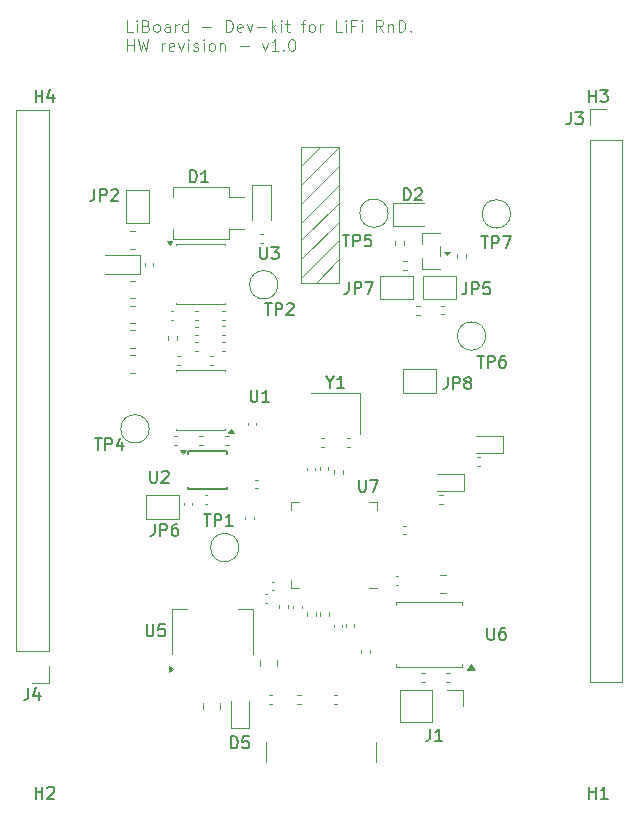
<source format=gbr>
%TF.GenerationSoftware,KiCad,Pcbnew,9.0.6*%
%TF.CreationDate,2025-11-29T10:37:21+02:00*%
%TF.ProjectId,laserboard,6c617365-7262-46f6-9172-642e6b696361,rev?*%
%TF.SameCoordinates,Original*%
%TF.FileFunction,Legend,Top*%
%TF.FilePolarity,Positive*%
%FSLAX46Y46*%
G04 Gerber Fmt 4.6, Leading zero omitted, Abs format (unit mm)*
G04 Created by KiCad (PCBNEW 9.0.6) date 2025-11-29 10:37:21*
%MOMM*%
%LPD*%
G01*
G04 APERTURE LIST*
%ADD10C,0.100000*%
%ADD11C,0.150000*%
%ADD12C,0.120000*%
G04 APERTURE END LIST*
D10*
X124600000Y-115150000D02*
X127800000Y-111950000D01*
X124600000Y-121450000D02*
X126200000Y-119850000D01*
X127800000Y-111950000D02*
X124600000Y-115150000D01*
X124600000Y-119850000D02*
X126200000Y-118250000D01*
X124600000Y-110350000D02*
X127800000Y-110350000D01*
X127800000Y-121850000D01*
X124600000Y-121850000D01*
X124600000Y-110350000D01*
X127800000Y-119850000D02*
X125800000Y-121850000D01*
X127800000Y-118250000D02*
X124600000Y-121450000D01*
X127800000Y-115050000D02*
X124600000Y-118250000D01*
X127800000Y-116650000D02*
X124600000Y-119850000D01*
X126200000Y-110350000D02*
X124600000Y-111950000D01*
X127800000Y-110350000D02*
X124600000Y-113550000D01*
X127800000Y-115050000D02*
X127800000Y-116650000D01*
X127800000Y-113550000D02*
X124600000Y-116750000D01*
X124600000Y-118250000D02*
X127800000Y-115050000D01*
D11*
X121501125Y-123557877D02*
X122072553Y-123557877D01*
X121786839Y-124557877D02*
X121786839Y-123557877D01*
X122405887Y-124557877D02*
X122405887Y-123557877D01*
X122405887Y-123557877D02*
X122786839Y-123557877D01*
X122786839Y-123557877D02*
X122882077Y-123605496D01*
X122882077Y-123605496D02*
X122929696Y-123653115D01*
X122929696Y-123653115D02*
X122977315Y-123748353D01*
X122977315Y-123748353D02*
X122977315Y-123891210D01*
X122977315Y-123891210D02*
X122929696Y-123986448D01*
X122929696Y-123986448D02*
X122882077Y-124034067D01*
X122882077Y-124034067D02*
X122786839Y-124081686D01*
X122786839Y-124081686D02*
X122405887Y-124081686D01*
X123358268Y-123653115D02*
X123405887Y-123605496D01*
X123405887Y-123605496D02*
X123501125Y-123557877D01*
X123501125Y-123557877D02*
X123739220Y-123557877D01*
X123739220Y-123557877D02*
X123834458Y-123605496D01*
X123834458Y-123605496D02*
X123882077Y-123653115D01*
X123882077Y-123653115D02*
X123929696Y-123748353D01*
X123929696Y-123748353D02*
X123929696Y-123843591D01*
X123929696Y-123843591D02*
X123882077Y-123986448D01*
X123882077Y-123986448D02*
X123310649Y-124557877D01*
X123310649Y-124557877D02*
X123929696Y-124557877D01*
D10*
X110305074Y-100587475D02*
X109828884Y-100587475D01*
X109828884Y-100587475D02*
X109828884Y-99587475D01*
X110638408Y-100587475D02*
X110638408Y-99920808D01*
X110638408Y-99587475D02*
X110590789Y-99635094D01*
X110590789Y-99635094D02*
X110638408Y-99682713D01*
X110638408Y-99682713D02*
X110686027Y-99635094D01*
X110686027Y-99635094D02*
X110638408Y-99587475D01*
X110638408Y-99587475D02*
X110638408Y-99682713D01*
X111447931Y-100063665D02*
X111590788Y-100111284D01*
X111590788Y-100111284D02*
X111638407Y-100158903D01*
X111638407Y-100158903D02*
X111686026Y-100254141D01*
X111686026Y-100254141D02*
X111686026Y-100396998D01*
X111686026Y-100396998D02*
X111638407Y-100492236D01*
X111638407Y-100492236D02*
X111590788Y-100539856D01*
X111590788Y-100539856D02*
X111495550Y-100587475D01*
X111495550Y-100587475D02*
X111114598Y-100587475D01*
X111114598Y-100587475D02*
X111114598Y-99587475D01*
X111114598Y-99587475D02*
X111447931Y-99587475D01*
X111447931Y-99587475D02*
X111543169Y-99635094D01*
X111543169Y-99635094D02*
X111590788Y-99682713D01*
X111590788Y-99682713D02*
X111638407Y-99777951D01*
X111638407Y-99777951D02*
X111638407Y-99873189D01*
X111638407Y-99873189D02*
X111590788Y-99968427D01*
X111590788Y-99968427D02*
X111543169Y-100016046D01*
X111543169Y-100016046D02*
X111447931Y-100063665D01*
X111447931Y-100063665D02*
X111114598Y-100063665D01*
X112257455Y-100587475D02*
X112162217Y-100539856D01*
X112162217Y-100539856D02*
X112114598Y-100492236D01*
X112114598Y-100492236D02*
X112066979Y-100396998D01*
X112066979Y-100396998D02*
X112066979Y-100111284D01*
X112066979Y-100111284D02*
X112114598Y-100016046D01*
X112114598Y-100016046D02*
X112162217Y-99968427D01*
X112162217Y-99968427D02*
X112257455Y-99920808D01*
X112257455Y-99920808D02*
X112400312Y-99920808D01*
X112400312Y-99920808D02*
X112495550Y-99968427D01*
X112495550Y-99968427D02*
X112543169Y-100016046D01*
X112543169Y-100016046D02*
X112590788Y-100111284D01*
X112590788Y-100111284D02*
X112590788Y-100396998D01*
X112590788Y-100396998D02*
X112543169Y-100492236D01*
X112543169Y-100492236D02*
X112495550Y-100539856D01*
X112495550Y-100539856D02*
X112400312Y-100587475D01*
X112400312Y-100587475D02*
X112257455Y-100587475D01*
X113447931Y-100587475D02*
X113447931Y-100063665D01*
X113447931Y-100063665D02*
X113400312Y-99968427D01*
X113400312Y-99968427D02*
X113305074Y-99920808D01*
X113305074Y-99920808D02*
X113114598Y-99920808D01*
X113114598Y-99920808D02*
X113019360Y-99968427D01*
X113447931Y-100539856D02*
X113352693Y-100587475D01*
X113352693Y-100587475D02*
X113114598Y-100587475D01*
X113114598Y-100587475D02*
X113019360Y-100539856D01*
X113019360Y-100539856D02*
X112971741Y-100444617D01*
X112971741Y-100444617D02*
X112971741Y-100349379D01*
X112971741Y-100349379D02*
X113019360Y-100254141D01*
X113019360Y-100254141D02*
X113114598Y-100206522D01*
X113114598Y-100206522D02*
X113352693Y-100206522D01*
X113352693Y-100206522D02*
X113447931Y-100158903D01*
X113924122Y-100587475D02*
X113924122Y-99920808D01*
X113924122Y-100111284D02*
X113971741Y-100016046D01*
X113971741Y-100016046D02*
X114019360Y-99968427D01*
X114019360Y-99968427D02*
X114114598Y-99920808D01*
X114114598Y-99920808D02*
X114209836Y-99920808D01*
X114971741Y-100587475D02*
X114971741Y-99587475D01*
X114971741Y-100539856D02*
X114876503Y-100587475D01*
X114876503Y-100587475D02*
X114686027Y-100587475D01*
X114686027Y-100587475D02*
X114590789Y-100539856D01*
X114590789Y-100539856D02*
X114543170Y-100492236D01*
X114543170Y-100492236D02*
X114495551Y-100396998D01*
X114495551Y-100396998D02*
X114495551Y-100111284D01*
X114495551Y-100111284D02*
X114543170Y-100016046D01*
X114543170Y-100016046D02*
X114590789Y-99968427D01*
X114590789Y-99968427D02*
X114686027Y-99920808D01*
X114686027Y-99920808D02*
X114876503Y-99920808D01*
X114876503Y-99920808D02*
X114971741Y-99968427D01*
X116209837Y-100206522D02*
X116971742Y-100206522D01*
X118209837Y-100587475D02*
X118209837Y-99587475D01*
X118209837Y-99587475D02*
X118447932Y-99587475D01*
X118447932Y-99587475D02*
X118590789Y-99635094D01*
X118590789Y-99635094D02*
X118686027Y-99730332D01*
X118686027Y-99730332D02*
X118733646Y-99825570D01*
X118733646Y-99825570D02*
X118781265Y-100016046D01*
X118781265Y-100016046D02*
X118781265Y-100158903D01*
X118781265Y-100158903D02*
X118733646Y-100349379D01*
X118733646Y-100349379D02*
X118686027Y-100444617D01*
X118686027Y-100444617D02*
X118590789Y-100539856D01*
X118590789Y-100539856D02*
X118447932Y-100587475D01*
X118447932Y-100587475D02*
X118209837Y-100587475D01*
X119590789Y-100539856D02*
X119495551Y-100587475D01*
X119495551Y-100587475D02*
X119305075Y-100587475D01*
X119305075Y-100587475D02*
X119209837Y-100539856D01*
X119209837Y-100539856D02*
X119162218Y-100444617D01*
X119162218Y-100444617D02*
X119162218Y-100063665D01*
X119162218Y-100063665D02*
X119209837Y-99968427D01*
X119209837Y-99968427D02*
X119305075Y-99920808D01*
X119305075Y-99920808D02*
X119495551Y-99920808D01*
X119495551Y-99920808D02*
X119590789Y-99968427D01*
X119590789Y-99968427D02*
X119638408Y-100063665D01*
X119638408Y-100063665D02*
X119638408Y-100158903D01*
X119638408Y-100158903D02*
X119162218Y-100254141D01*
X119971742Y-99920808D02*
X120209837Y-100587475D01*
X120209837Y-100587475D02*
X120447932Y-99920808D01*
X120828885Y-100206522D02*
X121590790Y-100206522D01*
X122066980Y-100587475D02*
X122066980Y-99587475D01*
X122162218Y-100206522D02*
X122447932Y-100587475D01*
X122447932Y-99920808D02*
X122066980Y-100301760D01*
X122876504Y-100587475D02*
X122876504Y-99920808D01*
X122876504Y-99587475D02*
X122828885Y-99635094D01*
X122828885Y-99635094D02*
X122876504Y-99682713D01*
X122876504Y-99682713D02*
X122924123Y-99635094D01*
X122924123Y-99635094D02*
X122876504Y-99587475D01*
X122876504Y-99587475D02*
X122876504Y-99682713D01*
X123209837Y-99920808D02*
X123590789Y-99920808D01*
X123352694Y-99587475D02*
X123352694Y-100444617D01*
X123352694Y-100444617D02*
X123400313Y-100539856D01*
X123400313Y-100539856D02*
X123495551Y-100587475D01*
X123495551Y-100587475D02*
X123590789Y-100587475D01*
X124543171Y-99920808D02*
X124924123Y-99920808D01*
X124686028Y-100587475D02*
X124686028Y-99730332D01*
X124686028Y-99730332D02*
X124733647Y-99635094D01*
X124733647Y-99635094D02*
X124828885Y-99587475D01*
X124828885Y-99587475D02*
X124924123Y-99587475D01*
X125400314Y-100587475D02*
X125305076Y-100539856D01*
X125305076Y-100539856D02*
X125257457Y-100492236D01*
X125257457Y-100492236D02*
X125209838Y-100396998D01*
X125209838Y-100396998D02*
X125209838Y-100111284D01*
X125209838Y-100111284D02*
X125257457Y-100016046D01*
X125257457Y-100016046D02*
X125305076Y-99968427D01*
X125305076Y-99968427D02*
X125400314Y-99920808D01*
X125400314Y-99920808D02*
X125543171Y-99920808D01*
X125543171Y-99920808D02*
X125638409Y-99968427D01*
X125638409Y-99968427D02*
X125686028Y-100016046D01*
X125686028Y-100016046D02*
X125733647Y-100111284D01*
X125733647Y-100111284D02*
X125733647Y-100396998D01*
X125733647Y-100396998D02*
X125686028Y-100492236D01*
X125686028Y-100492236D02*
X125638409Y-100539856D01*
X125638409Y-100539856D02*
X125543171Y-100587475D01*
X125543171Y-100587475D02*
X125400314Y-100587475D01*
X126162219Y-100587475D02*
X126162219Y-99920808D01*
X126162219Y-100111284D02*
X126209838Y-100016046D01*
X126209838Y-100016046D02*
X126257457Y-99968427D01*
X126257457Y-99968427D02*
X126352695Y-99920808D01*
X126352695Y-99920808D02*
X126447933Y-99920808D01*
X128019362Y-100587475D02*
X127543172Y-100587475D01*
X127543172Y-100587475D02*
X127543172Y-99587475D01*
X128352696Y-100587475D02*
X128352696Y-99920808D01*
X128352696Y-99587475D02*
X128305077Y-99635094D01*
X128305077Y-99635094D02*
X128352696Y-99682713D01*
X128352696Y-99682713D02*
X128400315Y-99635094D01*
X128400315Y-99635094D02*
X128352696Y-99587475D01*
X128352696Y-99587475D02*
X128352696Y-99682713D01*
X129162219Y-100063665D02*
X128828886Y-100063665D01*
X128828886Y-100587475D02*
X128828886Y-99587475D01*
X128828886Y-99587475D02*
X129305076Y-99587475D01*
X129686029Y-100587475D02*
X129686029Y-99920808D01*
X129686029Y-99587475D02*
X129638410Y-99635094D01*
X129638410Y-99635094D02*
X129686029Y-99682713D01*
X129686029Y-99682713D02*
X129733648Y-99635094D01*
X129733648Y-99635094D02*
X129686029Y-99587475D01*
X129686029Y-99587475D02*
X129686029Y-99682713D01*
X131495552Y-100587475D02*
X131162219Y-100111284D01*
X130924124Y-100587475D02*
X130924124Y-99587475D01*
X130924124Y-99587475D02*
X131305076Y-99587475D01*
X131305076Y-99587475D02*
X131400314Y-99635094D01*
X131400314Y-99635094D02*
X131447933Y-99682713D01*
X131447933Y-99682713D02*
X131495552Y-99777951D01*
X131495552Y-99777951D02*
X131495552Y-99920808D01*
X131495552Y-99920808D02*
X131447933Y-100016046D01*
X131447933Y-100016046D02*
X131400314Y-100063665D01*
X131400314Y-100063665D02*
X131305076Y-100111284D01*
X131305076Y-100111284D02*
X130924124Y-100111284D01*
X131924124Y-99920808D02*
X131924124Y-100587475D01*
X131924124Y-100016046D02*
X131971743Y-99968427D01*
X131971743Y-99968427D02*
X132066981Y-99920808D01*
X132066981Y-99920808D02*
X132209838Y-99920808D01*
X132209838Y-99920808D02*
X132305076Y-99968427D01*
X132305076Y-99968427D02*
X132352695Y-100063665D01*
X132352695Y-100063665D02*
X132352695Y-100587475D01*
X132828886Y-100587475D02*
X132828886Y-99587475D01*
X132828886Y-99587475D02*
X133066981Y-99587475D01*
X133066981Y-99587475D02*
X133209838Y-99635094D01*
X133209838Y-99635094D02*
X133305076Y-99730332D01*
X133305076Y-99730332D02*
X133352695Y-99825570D01*
X133352695Y-99825570D02*
X133400314Y-100016046D01*
X133400314Y-100016046D02*
X133400314Y-100158903D01*
X133400314Y-100158903D02*
X133352695Y-100349379D01*
X133352695Y-100349379D02*
X133305076Y-100444617D01*
X133305076Y-100444617D02*
X133209838Y-100539856D01*
X133209838Y-100539856D02*
X133066981Y-100587475D01*
X133066981Y-100587475D02*
X132828886Y-100587475D01*
X133828886Y-100492236D02*
X133876505Y-100539856D01*
X133876505Y-100539856D02*
X133828886Y-100587475D01*
X133828886Y-100587475D02*
X133781267Y-100539856D01*
X133781267Y-100539856D02*
X133828886Y-100492236D01*
X133828886Y-100492236D02*
X133828886Y-100587475D01*
X109828884Y-102197419D02*
X109828884Y-101197419D01*
X109828884Y-101673609D02*
X110400312Y-101673609D01*
X110400312Y-102197419D02*
X110400312Y-101197419D01*
X110781265Y-101197419D02*
X111019360Y-102197419D01*
X111019360Y-102197419D02*
X111209836Y-101483133D01*
X111209836Y-101483133D02*
X111400312Y-102197419D01*
X111400312Y-102197419D02*
X111638408Y-101197419D01*
X112781265Y-102197419D02*
X112781265Y-101530752D01*
X112781265Y-101721228D02*
X112828884Y-101625990D01*
X112828884Y-101625990D02*
X112876503Y-101578371D01*
X112876503Y-101578371D02*
X112971741Y-101530752D01*
X112971741Y-101530752D02*
X113066979Y-101530752D01*
X113781265Y-102149800D02*
X113686027Y-102197419D01*
X113686027Y-102197419D02*
X113495551Y-102197419D01*
X113495551Y-102197419D02*
X113400313Y-102149800D01*
X113400313Y-102149800D02*
X113352694Y-102054561D01*
X113352694Y-102054561D02*
X113352694Y-101673609D01*
X113352694Y-101673609D02*
X113400313Y-101578371D01*
X113400313Y-101578371D02*
X113495551Y-101530752D01*
X113495551Y-101530752D02*
X113686027Y-101530752D01*
X113686027Y-101530752D02*
X113781265Y-101578371D01*
X113781265Y-101578371D02*
X113828884Y-101673609D01*
X113828884Y-101673609D02*
X113828884Y-101768847D01*
X113828884Y-101768847D02*
X113352694Y-101864085D01*
X114162218Y-101530752D02*
X114400313Y-102197419D01*
X114400313Y-102197419D02*
X114638408Y-101530752D01*
X115019361Y-102197419D02*
X115019361Y-101530752D01*
X115019361Y-101197419D02*
X114971742Y-101245038D01*
X114971742Y-101245038D02*
X115019361Y-101292657D01*
X115019361Y-101292657D02*
X115066980Y-101245038D01*
X115066980Y-101245038D02*
X115019361Y-101197419D01*
X115019361Y-101197419D02*
X115019361Y-101292657D01*
X115447932Y-102149800D02*
X115543170Y-102197419D01*
X115543170Y-102197419D02*
X115733646Y-102197419D01*
X115733646Y-102197419D02*
X115828884Y-102149800D01*
X115828884Y-102149800D02*
X115876503Y-102054561D01*
X115876503Y-102054561D02*
X115876503Y-102006942D01*
X115876503Y-102006942D02*
X115828884Y-101911704D01*
X115828884Y-101911704D02*
X115733646Y-101864085D01*
X115733646Y-101864085D02*
X115590789Y-101864085D01*
X115590789Y-101864085D02*
X115495551Y-101816466D01*
X115495551Y-101816466D02*
X115447932Y-101721228D01*
X115447932Y-101721228D02*
X115447932Y-101673609D01*
X115447932Y-101673609D02*
X115495551Y-101578371D01*
X115495551Y-101578371D02*
X115590789Y-101530752D01*
X115590789Y-101530752D02*
X115733646Y-101530752D01*
X115733646Y-101530752D02*
X115828884Y-101578371D01*
X116305075Y-102197419D02*
X116305075Y-101530752D01*
X116305075Y-101197419D02*
X116257456Y-101245038D01*
X116257456Y-101245038D02*
X116305075Y-101292657D01*
X116305075Y-101292657D02*
X116352694Y-101245038D01*
X116352694Y-101245038D02*
X116305075Y-101197419D01*
X116305075Y-101197419D02*
X116305075Y-101292657D01*
X116924122Y-102197419D02*
X116828884Y-102149800D01*
X116828884Y-102149800D02*
X116781265Y-102102180D01*
X116781265Y-102102180D02*
X116733646Y-102006942D01*
X116733646Y-102006942D02*
X116733646Y-101721228D01*
X116733646Y-101721228D02*
X116781265Y-101625990D01*
X116781265Y-101625990D02*
X116828884Y-101578371D01*
X116828884Y-101578371D02*
X116924122Y-101530752D01*
X116924122Y-101530752D02*
X117066979Y-101530752D01*
X117066979Y-101530752D02*
X117162217Y-101578371D01*
X117162217Y-101578371D02*
X117209836Y-101625990D01*
X117209836Y-101625990D02*
X117257455Y-101721228D01*
X117257455Y-101721228D02*
X117257455Y-102006942D01*
X117257455Y-102006942D02*
X117209836Y-102102180D01*
X117209836Y-102102180D02*
X117162217Y-102149800D01*
X117162217Y-102149800D02*
X117066979Y-102197419D01*
X117066979Y-102197419D02*
X116924122Y-102197419D01*
X117686027Y-101530752D02*
X117686027Y-102197419D01*
X117686027Y-101625990D02*
X117733646Y-101578371D01*
X117733646Y-101578371D02*
X117828884Y-101530752D01*
X117828884Y-101530752D02*
X117971741Y-101530752D01*
X117971741Y-101530752D02*
X118066979Y-101578371D01*
X118066979Y-101578371D02*
X118114598Y-101673609D01*
X118114598Y-101673609D02*
X118114598Y-102197419D01*
X119352694Y-101816466D02*
X120114599Y-101816466D01*
X121257456Y-101530752D02*
X121495551Y-102197419D01*
X121495551Y-102197419D02*
X121733646Y-101530752D01*
X122638408Y-102197419D02*
X122066980Y-102197419D01*
X122352694Y-102197419D02*
X122352694Y-101197419D01*
X122352694Y-101197419D02*
X122257456Y-101340276D01*
X122257456Y-101340276D02*
X122162218Y-101435514D01*
X122162218Y-101435514D02*
X122066980Y-101483133D01*
X123066980Y-102102180D02*
X123114599Y-102149800D01*
X123114599Y-102149800D02*
X123066980Y-102197419D01*
X123066980Y-102197419D02*
X123019361Y-102149800D01*
X123019361Y-102149800D02*
X123066980Y-102102180D01*
X123066980Y-102102180D02*
X123066980Y-102197419D01*
X123733646Y-101197419D02*
X123828884Y-101197419D01*
X123828884Y-101197419D02*
X123924122Y-101245038D01*
X123924122Y-101245038D02*
X123971741Y-101292657D01*
X123971741Y-101292657D02*
X124019360Y-101387895D01*
X124019360Y-101387895D02*
X124066979Y-101578371D01*
X124066979Y-101578371D02*
X124066979Y-101816466D01*
X124066979Y-101816466D02*
X124019360Y-102006942D01*
X124019360Y-102006942D02*
X123971741Y-102102180D01*
X123971741Y-102102180D02*
X123924122Y-102149800D01*
X123924122Y-102149800D02*
X123828884Y-102197419D01*
X123828884Y-102197419D02*
X123733646Y-102197419D01*
X123733646Y-102197419D02*
X123638408Y-102149800D01*
X123638408Y-102149800D02*
X123590789Y-102102180D01*
X123590789Y-102102180D02*
X123543170Y-102006942D01*
X123543170Y-102006942D02*
X123495551Y-101816466D01*
X123495551Y-101816466D02*
X123495551Y-101578371D01*
X123495551Y-101578371D02*
X123543170Y-101387895D01*
X123543170Y-101387895D02*
X123590789Y-101292657D01*
X123590789Y-101292657D02*
X123638408Y-101245038D01*
X123638408Y-101245038D02*
X123733646Y-101197419D01*
D11*
X101466666Y-156134819D02*
X101466666Y-156849104D01*
X101466666Y-156849104D02*
X101419047Y-156991961D01*
X101419047Y-156991961D02*
X101323809Y-157087200D01*
X101323809Y-157087200D02*
X101180952Y-157134819D01*
X101180952Y-157134819D02*
X101085714Y-157134819D01*
X102371428Y-156468152D02*
X102371428Y-157134819D01*
X102133333Y-156087200D02*
X101895238Y-156801485D01*
X101895238Y-156801485D02*
X102514285Y-156801485D01*
X111488095Y-150754819D02*
X111488095Y-151564342D01*
X111488095Y-151564342D02*
X111535714Y-151659580D01*
X111535714Y-151659580D02*
X111583333Y-151707200D01*
X111583333Y-151707200D02*
X111678571Y-151754819D01*
X111678571Y-151754819D02*
X111869047Y-151754819D01*
X111869047Y-151754819D02*
X111964285Y-151707200D01*
X111964285Y-151707200D02*
X112011904Y-151659580D01*
X112011904Y-151659580D02*
X112059523Y-151564342D01*
X112059523Y-151564342D02*
X112059523Y-150754819D01*
X113011904Y-150754819D02*
X112535714Y-150754819D01*
X112535714Y-150754819D02*
X112488095Y-151231009D01*
X112488095Y-151231009D02*
X112535714Y-151183390D01*
X112535714Y-151183390D02*
X112630952Y-151135771D01*
X112630952Y-151135771D02*
X112869047Y-151135771D01*
X112869047Y-151135771D02*
X112964285Y-151183390D01*
X112964285Y-151183390D02*
X113011904Y-151231009D01*
X113011904Y-151231009D02*
X113059523Y-151326247D01*
X113059523Y-151326247D02*
X113059523Y-151564342D01*
X113059523Y-151564342D02*
X113011904Y-151659580D01*
X113011904Y-151659580D02*
X112964285Y-151707200D01*
X112964285Y-151707200D02*
X112869047Y-151754819D01*
X112869047Y-151754819D02*
X112630952Y-151754819D01*
X112630952Y-151754819D02*
X112535714Y-151707200D01*
X112535714Y-151707200D02*
X112488095Y-151659580D01*
X140338095Y-151054819D02*
X140338095Y-151864342D01*
X140338095Y-151864342D02*
X140385714Y-151959580D01*
X140385714Y-151959580D02*
X140433333Y-152007200D01*
X140433333Y-152007200D02*
X140528571Y-152054819D01*
X140528571Y-152054819D02*
X140719047Y-152054819D01*
X140719047Y-152054819D02*
X140814285Y-152007200D01*
X140814285Y-152007200D02*
X140861904Y-151959580D01*
X140861904Y-151959580D02*
X140909523Y-151864342D01*
X140909523Y-151864342D02*
X140909523Y-151054819D01*
X141814285Y-151054819D02*
X141623809Y-151054819D01*
X141623809Y-151054819D02*
X141528571Y-151102438D01*
X141528571Y-151102438D02*
X141480952Y-151150057D01*
X141480952Y-151150057D02*
X141385714Y-151292914D01*
X141385714Y-151292914D02*
X141338095Y-151483390D01*
X141338095Y-151483390D02*
X141338095Y-151864342D01*
X141338095Y-151864342D02*
X141385714Y-151959580D01*
X141385714Y-151959580D02*
X141433333Y-152007200D01*
X141433333Y-152007200D02*
X141528571Y-152054819D01*
X141528571Y-152054819D02*
X141719047Y-152054819D01*
X141719047Y-152054819D02*
X141814285Y-152007200D01*
X141814285Y-152007200D02*
X141861904Y-151959580D01*
X141861904Y-151959580D02*
X141909523Y-151864342D01*
X141909523Y-151864342D02*
X141909523Y-151626247D01*
X141909523Y-151626247D02*
X141861904Y-151531009D01*
X141861904Y-151531009D02*
X141814285Y-151483390D01*
X141814285Y-151483390D02*
X141719047Y-151435771D01*
X141719047Y-151435771D02*
X141528571Y-151435771D01*
X141528571Y-151435771D02*
X141433333Y-151483390D01*
X141433333Y-151483390D02*
X141385714Y-151531009D01*
X141385714Y-151531009D02*
X141338095Y-151626247D01*
X129488095Y-138504819D02*
X129488095Y-139314342D01*
X129488095Y-139314342D02*
X129535714Y-139409580D01*
X129535714Y-139409580D02*
X129583333Y-139457200D01*
X129583333Y-139457200D02*
X129678571Y-139504819D01*
X129678571Y-139504819D02*
X129869047Y-139504819D01*
X129869047Y-139504819D02*
X129964285Y-139457200D01*
X129964285Y-139457200D02*
X130011904Y-139409580D01*
X130011904Y-139409580D02*
X130059523Y-139314342D01*
X130059523Y-139314342D02*
X130059523Y-138504819D01*
X130440476Y-138504819D02*
X131107142Y-138504819D01*
X131107142Y-138504819D02*
X130678571Y-139504819D01*
X116338095Y-141404819D02*
X116909523Y-141404819D01*
X116623809Y-142404819D02*
X116623809Y-141404819D01*
X117242857Y-142404819D02*
X117242857Y-141404819D01*
X117242857Y-141404819D02*
X117623809Y-141404819D01*
X117623809Y-141404819D02*
X117719047Y-141452438D01*
X117719047Y-141452438D02*
X117766666Y-141500057D01*
X117766666Y-141500057D02*
X117814285Y-141595295D01*
X117814285Y-141595295D02*
X117814285Y-141738152D01*
X117814285Y-141738152D02*
X117766666Y-141833390D01*
X117766666Y-141833390D02*
X117719047Y-141881009D01*
X117719047Y-141881009D02*
X117623809Y-141928628D01*
X117623809Y-141928628D02*
X117242857Y-141928628D01*
X118766666Y-142404819D02*
X118195238Y-142404819D01*
X118480952Y-142404819D02*
X118480952Y-141404819D01*
X118480952Y-141404819D02*
X118385714Y-141547676D01*
X118385714Y-141547676D02*
X118290476Y-141642914D01*
X118290476Y-141642914D02*
X118195238Y-141690533D01*
X102088095Y-106504819D02*
X102088095Y-105504819D01*
X102088095Y-105981009D02*
X102659523Y-105981009D01*
X102659523Y-106504819D02*
X102659523Y-105504819D01*
X103564285Y-105838152D02*
X103564285Y-106504819D01*
X103326190Y-105457200D02*
X103088095Y-106171485D01*
X103088095Y-106171485D02*
X103707142Y-106171485D01*
X128088095Y-117754819D02*
X128659523Y-117754819D01*
X128373809Y-118754819D02*
X128373809Y-117754819D01*
X128992857Y-118754819D02*
X128992857Y-117754819D01*
X128992857Y-117754819D02*
X129373809Y-117754819D01*
X129373809Y-117754819D02*
X129469047Y-117802438D01*
X129469047Y-117802438D02*
X129516666Y-117850057D01*
X129516666Y-117850057D02*
X129564285Y-117945295D01*
X129564285Y-117945295D02*
X129564285Y-118088152D01*
X129564285Y-118088152D02*
X129516666Y-118183390D01*
X129516666Y-118183390D02*
X129469047Y-118231009D01*
X129469047Y-118231009D02*
X129373809Y-118278628D01*
X129373809Y-118278628D02*
X128992857Y-118278628D01*
X130469047Y-117754819D02*
X129992857Y-117754819D01*
X129992857Y-117754819D02*
X129945238Y-118231009D01*
X129945238Y-118231009D02*
X129992857Y-118183390D01*
X129992857Y-118183390D02*
X130088095Y-118135771D01*
X130088095Y-118135771D02*
X130326190Y-118135771D01*
X130326190Y-118135771D02*
X130421428Y-118183390D01*
X130421428Y-118183390D02*
X130469047Y-118231009D01*
X130469047Y-118231009D02*
X130516666Y-118326247D01*
X130516666Y-118326247D02*
X130516666Y-118564342D01*
X130516666Y-118564342D02*
X130469047Y-118659580D01*
X130469047Y-118659580D02*
X130421428Y-118707200D01*
X130421428Y-118707200D02*
X130326190Y-118754819D01*
X130326190Y-118754819D02*
X130088095Y-118754819D01*
X130088095Y-118754819D02*
X129992857Y-118707200D01*
X129992857Y-118707200D02*
X129945238Y-118659580D01*
X136966666Y-129804819D02*
X136966666Y-130519104D01*
X136966666Y-130519104D02*
X136919047Y-130661961D01*
X136919047Y-130661961D02*
X136823809Y-130757200D01*
X136823809Y-130757200D02*
X136680952Y-130804819D01*
X136680952Y-130804819D02*
X136585714Y-130804819D01*
X137442857Y-130804819D02*
X137442857Y-129804819D01*
X137442857Y-129804819D02*
X137823809Y-129804819D01*
X137823809Y-129804819D02*
X137919047Y-129852438D01*
X137919047Y-129852438D02*
X137966666Y-129900057D01*
X137966666Y-129900057D02*
X138014285Y-129995295D01*
X138014285Y-129995295D02*
X138014285Y-130138152D01*
X138014285Y-130138152D02*
X137966666Y-130233390D01*
X137966666Y-130233390D02*
X137919047Y-130281009D01*
X137919047Y-130281009D02*
X137823809Y-130328628D01*
X137823809Y-130328628D02*
X137442857Y-130328628D01*
X138585714Y-130233390D02*
X138490476Y-130185771D01*
X138490476Y-130185771D02*
X138442857Y-130138152D01*
X138442857Y-130138152D02*
X138395238Y-130042914D01*
X138395238Y-130042914D02*
X138395238Y-129995295D01*
X138395238Y-129995295D02*
X138442857Y-129900057D01*
X138442857Y-129900057D02*
X138490476Y-129852438D01*
X138490476Y-129852438D02*
X138585714Y-129804819D01*
X138585714Y-129804819D02*
X138776190Y-129804819D01*
X138776190Y-129804819D02*
X138871428Y-129852438D01*
X138871428Y-129852438D02*
X138919047Y-129900057D01*
X138919047Y-129900057D02*
X138966666Y-129995295D01*
X138966666Y-129995295D02*
X138966666Y-130042914D01*
X138966666Y-130042914D02*
X138919047Y-130138152D01*
X138919047Y-130138152D02*
X138871428Y-130185771D01*
X138871428Y-130185771D02*
X138776190Y-130233390D01*
X138776190Y-130233390D02*
X138585714Y-130233390D01*
X138585714Y-130233390D02*
X138490476Y-130281009D01*
X138490476Y-130281009D02*
X138442857Y-130328628D01*
X138442857Y-130328628D02*
X138395238Y-130423866D01*
X138395238Y-130423866D02*
X138395238Y-130614342D01*
X138395238Y-130614342D02*
X138442857Y-130709580D01*
X138442857Y-130709580D02*
X138490476Y-130757200D01*
X138490476Y-130757200D02*
X138585714Y-130804819D01*
X138585714Y-130804819D02*
X138776190Y-130804819D01*
X138776190Y-130804819D02*
X138871428Y-130757200D01*
X138871428Y-130757200D02*
X138919047Y-130709580D01*
X138919047Y-130709580D02*
X138966666Y-130614342D01*
X138966666Y-130614342D02*
X138966666Y-130423866D01*
X138966666Y-130423866D02*
X138919047Y-130328628D01*
X138919047Y-130328628D02*
X138871428Y-130281009D01*
X138871428Y-130281009D02*
X138776190Y-130233390D01*
X102088095Y-165504819D02*
X102088095Y-164504819D01*
X102088095Y-164981009D02*
X102659523Y-164981009D01*
X102659523Y-165504819D02*
X102659523Y-164504819D01*
X103088095Y-164600057D02*
X103135714Y-164552438D01*
X103135714Y-164552438D02*
X103230952Y-164504819D01*
X103230952Y-164504819D02*
X103469047Y-164504819D01*
X103469047Y-164504819D02*
X103564285Y-164552438D01*
X103564285Y-164552438D02*
X103611904Y-164600057D01*
X103611904Y-164600057D02*
X103659523Y-164695295D01*
X103659523Y-164695295D02*
X103659523Y-164790533D01*
X103659523Y-164790533D02*
X103611904Y-164933390D01*
X103611904Y-164933390D02*
X103040476Y-165504819D01*
X103040476Y-165504819D02*
X103659523Y-165504819D01*
X139838095Y-117904819D02*
X140409523Y-117904819D01*
X140123809Y-118904819D02*
X140123809Y-117904819D01*
X140742857Y-118904819D02*
X140742857Y-117904819D01*
X140742857Y-117904819D02*
X141123809Y-117904819D01*
X141123809Y-117904819D02*
X141219047Y-117952438D01*
X141219047Y-117952438D02*
X141266666Y-118000057D01*
X141266666Y-118000057D02*
X141314285Y-118095295D01*
X141314285Y-118095295D02*
X141314285Y-118238152D01*
X141314285Y-118238152D02*
X141266666Y-118333390D01*
X141266666Y-118333390D02*
X141219047Y-118381009D01*
X141219047Y-118381009D02*
X141123809Y-118428628D01*
X141123809Y-118428628D02*
X140742857Y-118428628D01*
X141647619Y-117904819D02*
X142314285Y-117904819D01*
X142314285Y-117904819D02*
X141885714Y-118904819D01*
X133259405Y-114844819D02*
X133259405Y-113844819D01*
X133259405Y-113844819D02*
X133497500Y-113844819D01*
X133497500Y-113844819D02*
X133640357Y-113892438D01*
X133640357Y-113892438D02*
X133735595Y-113987676D01*
X133735595Y-113987676D02*
X133783214Y-114082914D01*
X133783214Y-114082914D02*
X133830833Y-114273390D01*
X133830833Y-114273390D02*
X133830833Y-114416247D01*
X133830833Y-114416247D02*
X133783214Y-114606723D01*
X133783214Y-114606723D02*
X133735595Y-114701961D01*
X133735595Y-114701961D02*
X133640357Y-114797200D01*
X133640357Y-114797200D02*
X133497500Y-114844819D01*
X133497500Y-114844819D02*
X133259405Y-114844819D01*
X134211786Y-113940057D02*
X134259405Y-113892438D01*
X134259405Y-113892438D02*
X134354643Y-113844819D01*
X134354643Y-113844819D02*
X134592738Y-113844819D01*
X134592738Y-113844819D02*
X134687976Y-113892438D01*
X134687976Y-113892438D02*
X134735595Y-113940057D01*
X134735595Y-113940057D02*
X134783214Y-114035295D01*
X134783214Y-114035295D02*
X134783214Y-114130533D01*
X134783214Y-114130533D02*
X134735595Y-114273390D01*
X134735595Y-114273390D02*
X134164167Y-114844819D01*
X134164167Y-114844819D02*
X134783214Y-114844819D01*
X112166666Y-142254819D02*
X112166666Y-142969104D01*
X112166666Y-142969104D02*
X112119047Y-143111961D01*
X112119047Y-143111961D02*
X112023809Y-143207200D01*
X112023809Y-143207200D02*
X111880952Y-143254819D01*
X111880952Y-143254819D02*
X111785714Y-143254819D01*
X112642857Y-143254819D02*
X112642857Y-142254819D01*
X112642857Y-142254819D02*
X113023809Y-142254819D01*
X113023809Y-142254819D02*
X113119047Y-142302438D01*
X113119047Y-142302438D02*
X113166666Y-142350057D01*
X113166666Y-142350057D02*
X113214285Y-142445295D01*
X113214285Y-142445295D02*
X113214285Y-142588152D01*
X113214285Y-142588152D02*
X113166666Y-142683390D01*
X113166666Y-142683390D02*
X113119047Y-142731009D01*
X113119047Y-142731009D02*
X113023809Y-142778628D01*
X113023809Y-142778628D02*
X112642857Y-142778628D01*
X114071428Y-142254819D02*
X113880952Y-142254819D01*
X113880952Y-142254819D02*
X113785714Y-142302438D01*
X113785714Y-142302438D02*
X113738095Y-142350057D01*
X113738095Y-142350057D02*
X113642857Y-142492914D01*
X113642857Y-142492914D02*
X113595238Y-142683390D01*
X113595238Y-142683390D02*
X113595238Y-143064342D01*
X113595238Y-143064342D02*
X113642857Y-143159580D01*
X113642857Y-143159580D02*
X113690476Y-143207200D01*
X113690476Y-143207200D02*
X113785714Y-143254819D01*
X113785714Y-143254819D02*
X113976190Y-143254819D01*
X113976190Y-143254819D02*
X114071428Y-143207200D01*
X114071428Y-143207200D02*
X114119047Y-143159580D01*
X114119047Y-143159580D02*
X114166666Y-143064342D01*
X114166666Y-143064342D02*
X114166666Y-142826247D01*
X114166666Y-142826247D02*
X114119047Y-142731009D01*
X114119047Y-142731009D02*
X114071428Y-142683390D01*
X114071428Y-142683390D02*
X113976190Y-142635771D01*
X113976190Y-142635771D02*
X113785714Y-142635771D01*
X113785714Y-142635771D02*
X113690476Y-142683390D01*
X113690476Y-142683390D02*
X113642857Y-142731009D01*
X113642857Y-142731009D02*
X113595238Y-142826247D01*
X138566666Y-121804819D02*
X138566666Y-122519104D01*
X138566666Y-122519104D02*
X138519047Y-122661961D01*
X138519047Y-122661961D02*
X138423809Y-122757200D01*
X138423809Y-122757200D02*
X138280952Y-122804819D01*
X138280952Y-122804819D02*
X138185714Y-122804819D01*
X139042857Y-122804819D02*
X139042857Y-121804819D01*
X139042857Y-121804819D02*
X139423809Y-121804819D01*
X139423809Y-121804819D02*
X139519047Y-121852438D01*
X139519047Y-121852438D02*
X139566666Y-121900057D01*
X139566666Y-121900057D02*
X139614285Y-121995295D01*
X139614285Y-121995295D02*
X139614285Y-122138152D01*
X139614285Y-122138152D02*
X139566666Y-122233390D01*
X139566666Y-122233390D02*
X139519047Y-122281009D01*
X139519047Y-122281009D02*
X139423809Y-122328628D01*
X139423809Y-122328628D02*
X139042857Y-122328628D01*
X140519047Y-121804819D02*
X140042857Y-121804819D01*
X140042857Y-121804819D02*
X139995238Y-122281009D01*
X139995238Y-122281009D02*
X140042857Y-122233390D01*
X140042857Y-122233390D02*
X140138095Y-122185771D01*
X140138095Y-122185771D02*
X140376190Y-122185771D01*
X140376190Y-122185771D02*
X140471428Y-122233390D01*
X140471428Y-122233390D02*
X140519047Y-122281009D01*
X140519047Y-122281009D02*
X140566666Y-122376247D01*
X140566666Y-122376247D02*
X140566666Y-122614342D01*
X140566666Y-122614342D02*
X140519047Y-122709580D01*
X140519047Y-122709580D02*
X140471428Y-122757200D01*
X140471428Y-122757200D02*
X140376190Y-122804819D01*
X140376190Y-122804819D02*
X140138095Y-122804819D01*
X140138095Y-122804819D02*
X140042857Y-122757200D01*
X140042857Y-122757200D02*
X139995238Y-122709580D01*
X121088095Y-118804819D02*
X121088095Y-119614342D01*
X121088095Y-119614342D02*
X121135714Y-119709580D01*
X121135714Y-119709580D02*
X121183333Y-119757200D01*
X121183333Y-119757200D02*
X121278571Y-119804819D01*
X121278571Y-119804819D02*
X121469047Y-119804819D01*
X121469047Y-119804819D02*
X121564285Y-119757200D01*
X121564285Y-119757200D02*
X121611904Y-119709580D01*
X121611904Y-119709580D02*
X121659523Y-119614342D01*
X121659523Y-119614342D02*
X121659523Y-118804819D01*
X122040476Y-118804819D02*
X122659523Y-118804819D01*
X122659523Y-118804819D02*
X122326190Y-119185771D01*
X122326190Y-119185771D02*
X122469047Y-119185771D01*
X122469047Y-119185771D02*
X122564285Y-119233390D01*
X122564285Y-119233390D02*
X122611904Y-119281009D01*
X122611904Y-119281009D02*
X122659523Y-119376247D01*
X122659523Y-119376247D02*
X122659523Y-119614342D01*
X122659523Y-119614342D02*
X122611904Y-119709580D01*
X122611904Y-119709580D02*
X122564285Y-119757200D01*
X122564285Y-119757200D02*
X122469047Y-119804819D01*
X122469047Y-119804819D02*
X122183333Y-119804819D01*
X122183333Y-119804819D02*
X122088095Y-119757200D01*
X122088095Y-119757200D02*
X122040476Y-119709580D01*
X115161905Y-113304819D02*
X115161905Y-112304819D01*
X115161905Y-112304819D02*
X115400000Y-112304819D01*
X115400000Y-112304819D02*
X115542857Y-112352438D01*
X115542857Y-112352438D02*
X115638095Y-112447676D01*
X115638095Y-112447676D02*
X115685714Y-112542914D01*
X115685714Y-112542914D02*
X115733333Y-112733390D01*
X115733333Y-112733390D02*
X115733333Y-112876247D01*
X115733333Y-112876247D02*
X115685714Y-113066723D01*
X115685714Y-113066723D02*
X115638095Y-113161961D01*
X115638095Y-113161961D02*
X115542857Y-113257200D01*
X115542857Y-113257200D02*
X115400000Y-113304819D01*
X115400000Y-113304819D02*
X115161905Y-113304819D01*
X116685714Y-113304819D02*
X116114286Y-113304819D01*
X116400000Y-113304819D02*
X116400000Y-112304819D01*
X116400000Y-112304819D02*
X116304762Y-112447676D01*
X116304762Y-112447676D02*
X116209524Y-112542914D01*
X116209524Y-112542914D02*
X116114286Y-112590533D01*
X139478095Y-128004819D02*
X140049523Y-128004819D01*
X139763809Y-129004819D02*
X139763809Y-128004819D01*
X140382857Y-129004819D02*
X140382857Y-128004819D01*
X140382857Y-128004819D02*
X140763809Y-128004819D01*
X140763809Y-128004819D02*
X140859047Y-128052438D01*
X140859047Y-128052438D02*
X140906666Y-128100057D01*
X140906666Y-128100057D02*
X140954285Y-128195295D01*
X140954285Y-128195295D02*
X140954285Y-128338152D01*
X140954285Y-128338152D02*
X140906666Y-128433390D01*
X140906666Y-128433390D02*
X140859047Y-128481009D01*
X140859047Y-128481009D02*
X140763809Y-128528628D01*
X140763809Y-128528628D02*
X140382857Y-128528628D01*
X141811428Y-128004819D02*
X141620952Y-128004819D01*
X141620952Y-128004819D02*
X141525714Y-128052438D01*
X141525714Y-128052438D02*
X141478095Y-128100057D01*
X141478095Y-128100057D02*
X141382857Y-128242914D01*
X141382857Y-128242914D02*
X141335238Y-128433390D01*
X141335238Y-128433390D02*
X141335238Y-128814342D01*
X141335238Y-128814342D02*
X141382857Y-128909580D01*
X141382857Y-128909580D02*
X141430476Y-128957200D01*
X141430476Y-128957200D02*
X141525714Y-129004819D01*
X141525714Y-129004819D02*
X141716190Y-129004819D01*
X141716190Y-129004819D02*
X141811428Y-128957200D01*
X141811428Y-128957200D02*
X141859047Y-128909580D01*
X141859047Y-128909580D02*
X141906666Y-128814342D01*
X141906666Y-128814342D02*
X141906666Y-128576247D01*
X141906666Y-128576247D02*
X141859047Y-128481009D01*
X141859047Y-128481009D02*
X141811428Y-128433390D01*
X141811428Y-128433390D02*
X141716190Y-128385771D01*
X141716190Y-128385771D02*
X141525714Y-128385771D01*
X141525714Y-128385771D02*
X141430476Y-128433390D01*
X141430476Y-128433390D02*
X141382857Y-128481009D01*
X141382857Y-128481009D02*
X141335238Y-128576247D01*
X127023809Y-130228628D02*
X127023809Y-130704819D01*
X126690476Y-129704819D02*
X127023809Y-130228628D01*
X127023809Y-130228628D02*
X127357142Y-129704819D01*
X128214285Y-130704819D02*
X127642857Y-130704819D01*
X127928571Y-130704819D02*
X127928571Y-129704819D01*
X127928571Y-129704819D02*
X127833333Y-129847676D01*
X127833333Y-129847676D02*
X127738095Y-129942914D01*
X127738095Y-129942914D02*
X127642857Y-129990533D01*
X118641905Y-161242319D02*
X118641905Y-160242319D01*
X118641905Y-160242319D02*
X118880000Y-160242319D01*
X118880000Y-160242319D02*
X119022857Y-160289938D01*
X119022857Y-160289938D02*
X119118095Y-160385176D01*
X119118095Y-160385176D02*
X119165714Y-160480414D01*
X119165714Y-160480414D02*
X119213333Y-160670890D01*
X119213333Y-160670890D02*
X119213333Y-160813747D01*
X119213333Y-160813747D02*
X119165714Y-161004223D01*
X119165714Y-161004223D02*
X119118095Y-161099461D01*
X119118095Y-161099461D02*
X119022857Y-161194700D01*
X119022857Y-161194700D02*
X118880000Y-161242319D01*
X118880000Y-161242319D02*
X118641905Y-161242319D01*
X120118095Y-160242319D02*
X119641905Y-160242319D01*
X119641905Y-160242319D02*
X119594286Y-160718509D01*
X119594286Y-160718509D02*
X119641905Y-160670890D01*
X119641905Y-160670890D02*
X119737143Y-160623271D01*
X119737143Y-160623271D02*
X119975238Y-160623271D01*
X119975238Y-160623271D02*
X120070476Y-160670890D01*
X120070476Y-160670890D02*
X120118095Y-160718509D01*
X120118095Y-160718509D02*
X120165714Y-160813747D01*
X120165714Y-160813747D02*
X120165714Y-161051842D01*
X120165714Y-161051842D02*
X120118095Y-161147080D01*
X120118095Y-161147080D02*
X120070476Y-161194700D01*
X120070476Y-161194700D02*
X119975238Y-161242319D01*
X119975238Y-161242319D02*
X119737143Y-161242319D01*
X119737143Y-161242319D02*
X119641905Y-161194700D01*
X119641905Y-161194700D02*
X119594286Y-161147080D01*
X107097025Y-134995891D02*
X107668453Y-134995891D01*
X107382739Y-135995891D02*
X107382739Y-134995891D01*
X108001787Y-135995891D02*
X108001787Y-134995891D01*
X108001787Y-134995891D02*
X108382739Y-134995891D01*
X108382739Y-134995891D02*
X108477977Y-135043510D01*
X108477977Y-135043510D02*
X108525596Y-135091129D01*
X108525596Y-135091129D02*
X108573215Y-135186367D01*
X108573215Y-135186367D02*
X108573215Y-135329224D01*
X108573215Y-135329224D02*
X108525596Y-135424462D01*
X108525596Y-135424462D02*
X108477977Y-135472081D01*
X108477977Y-135472081D02*
X108382739Y-135519700D01*
X108382739Y-135519700D02*
X108001787Y-135519700D01*
X109430358Y-135329224D02*
X109430358Y-135995891D01*
X109192263Y-134948272D02*
X108954168Y-135662557D01*
X108954168Y-135662557D02*
X109573215Y-135662557D01*
X128616666Y-121754819D02*
X128616666Y-122469104D01*
X128616666Y-122469104D02*
X128569047Y-122611961D01*
X128569047Y-122611961D02*
X128473809Y-122707200D01*
X128473809Y-122707200D02*
X128330952Y-122754819D01*
X128330952Y-122754819D02*
X128235714Y-122754819D01*
X129092857Y-122754819D02*
X129092857Y-121754819D01*
X129092857Y-121754819D02*
X129473809Y-121754819D01*
X129473809Y-121754819D02*
X129569047Y-121802438D01*
X129569047Y-121802438D02*
X129616666Y-121850057D01*
X129616666Y-121850057D02*
X129664285Y-121945295D01*
X129664285Y-121945295D02*
X129664285Y-122088152D01*
X129664285Y-122088152D02*
X129616666Y-122183390D01*
X129616666Y-122183390D02*
X129569047Y-122231009D01*
X129569047Y-122231009D02*
X129473809Y-122278628D01*
X129473809Y-122278628D02*
X129092857Y-122278628D01*
X129997619Y-121754819D02*
X130664285Y-121754819D01*
X130664285Y-121754819D02*
X130235714Y-122754819D01*
X135491666Y-159604819D02*
X135491666Y-160319104D01*
X135491666Y-160319104D02*
X135444047Y-160461961D01*
X135444047Y-160461961D02*
X135348809Y-160557200D01*
X135348809Y-160557200D02*
X135205952Y-160604819D01*
X135205952Y-160604819D02*
X135110714Y-160604819D01*
X136491666Y-160604819D02*
X135920238Y-160604819D01*
X136205952Y-160604819D02*
X136205952Y-159604819D01*
X136205952Y-159604819D02*
X136110714Y-159747676D01*
X136110714Y-159747676D02*
X136015476Y-159842914D01*
X136015476Y-159842914D02*
X135920238Y-159890533D01*
X111788095Y-137754819D02*
X111788095Y-138564342D01*
X111788095Y-138564342D02*
X111835714Y-138659580D01*
X111835714Y-138659580D02*
X111883333Y-138707200D01*
X111883333Y-138707200D02*
X111978571Y-138754819D01*
X111978571Y-138754819D02*
X112169047Y-138754819D01*
X112169047Y-138754819D02*
X112264285Y-138707200D01*
X112264285Y-138707200D02*
X112311904Y-138659580D01*
X112311904Y-138659580D02*
X112359523Y-138564342D01*
X112359523Y-138564342D02*
X112359523Y-137754819D01*
X112788095Y-137850057D02*
X112835714Y-137802438D01*
X112835714Y-137802438D02*
X112930952Y-137754819D01*
X112930952Y-137754819D02*
X113169047Y-137754819D01*
X113169047Y-137754819D02*
X113264285Y-137802438D01*
X113264285Y-137802438D02*
X113311904Y-137850057D01*
X113311904Y-137850057D02*
X113359523Y-137945295D01*
X113359523Y-137945295D02*
X113359523Y-138040533D01*
X113359523Y-138040533D02*
X113311904Y-138183390D01*
X113311904Y-138183390D02*
X112740476Y-138754819D01*
X112740476Y-138754819D02*
X113359523Y-138754819D01*
X120288095Y-130904819D02*
X120288095Y-131714342D01*
X120288095Y-131714342D02*
X120335714Y-131809580D01*
X120335714Y-131809580D02*
X120383333Y-131857200D01*
X120383333Y-131857200D02*
X120478571Y-131904819D01*
X120478571Y-131904819D02*
X120669047Y-131904819D01*
X120669047Y-131904819D02*
X120764285Y-131857200D01*
X120764285Y-131857200D02*
X120811904Y-131809580D01*
X120811904Y-131809580D02*
X120859523Y-131714342D01*
X120859523Y-131714342D02*
X120859523Y-130904819D01*
X121859523Y-131904819D02*
X121288095Y-131904819D01*
X121573809Y-131904819D02*
X121573809Y-130904819D01*
X121573809Y-130904819D02*
X121478571Y-131047676D01*
X121478571Y-131047676D02*
X121383333Y-131142914D01*
X121383333Y-131142914D02*
X121288095Y-131190533D01*
X148948095Y-106504819D02*
X148948095Y-105504819D01*
X148948095Y-105981009D02*
X149519523Y-105981009D01*
X149519523Y-106504819D02*
X149519523Y-105504819D01*
X149900476Y-105504819D02*
X150519523Y-105504819D01*
X150519523Y-105504819D02*
X150186190Y-105885771D01*
X150186190Y-105885771D02*
X150329047Y-105885771D01*
X150329047Y-105885771D02*
X150424285Y-105933390D01*
X150424285Y-105933390D02*
X150471904Y-105981009D01*
X150471904Y-105981009D02*
X150519523Y-106076247D01*
X150519523Y-106076247D02*
X150519523Y-106314342D01*
X150519523Y-106314342D02*
X150471904Y-106409580D01*
X150471904Y-106409580D02*
X150424285Y-106457200D01*
X150424285Y-106457200D02*
X150329047Y-106504819D01*
X150329047Y-106504819D02*
X150043333Y-106504819D01*
X150043333Y-106504819D02*
X149948095Y-106457200D01*
X149948095Y-106457200D02*
X149900476Y-106409580D01*
X148948095Y-165504819D02*
X148948095Y-164504819D01*
X148948095Y-164981009D02*
X149519523Y-164981009D01*
X149519523Y-165504819D02*
X149519523Y-164504819D01*
X150519523Y-165504819D02*
X149948095Y-165504819D01*
X150233809Y-165504819D02*
X150233809Y-164504819D01*
X150233809Y-164504819D02*
X150138571Y-164647676D01*
X150138571Y-164647676D02*
X150043333Y-164742914D01*
X150043333Y-164742914D02*
X149948095Y-164790533D01*
X147416666Y-107404819D02*
X147416666Y-108119104D01*
X147416666Y-108119104D02*
X147369047Y-108261961D01*
X147369047Y-108261961D02*
X147273809Y-108357200D01*
X147273809Y-108357200D02*
X147130952Y-108404819D01*
X147130952Y-108404819D02*
X147035714Y-108404819D01*
X147797619Y-107404819D02*
X148416666Y-107404819D01*
X148416666Y-107404819D02*
X148083333Y-107785771D01*
X148083333Y-107785771D02*
X148226190Y-107785771D01*
X148226190Y-107785771D02*
X148321428Y-107833390D01*
X148321428Y-107833390D02*
X148369047Y-107881009D01*
X148369047Y-107881009D02*
X148416666Y-107976247D01*
X148416666Y-107976247D02*
X148416666Y-108214342D01*
X148416666Y-108214342D02*
X148369047Y-108309580D01*
X148369047Y-108309580D02*
X148321428Y-108357200D01*
X148321428Y-108357200D02*
X148226190Y-108404819D01*
X148226190Y-108404819D02*
X147940476Y-108404819D01*
X147940476Y-108404819D02*
X147845238Y-108357200D01*
X147845238Y-108357200D02*
X147797619Y-108309580D01*
X107066666Y-113904819D02*
X107066666Y-114619104D01*
X107066666Y-114619104D02*
X107019047Y-114761961D01*
X107019047Y-114761961D02*
X106923809Y-114857200D01*
X106923809Y-114857200D02*
X106780952Y-114904819D01*
X106780952Y-114904819D02*
X106685714Y-114904819D01*
X107542857Y-114904819D02*
X107542857Y-113904819D01*
X107542857Y-113904819D02*
X107923809Y-113904819D01*
X107923809Y-113904819D02*
X108019047Y-113952438D01*
X108019047Y-113952438D02*
X108066666Y-114000057D01*
X108066666Y-114000057D02*
X108114285Y-114095295D01*
X108114285Y-114095295D02*
X108114285Y-114238152D01*
X108114285Y-114238152D02*
X108066666Y-114333390D01*
X108066666Y-114333390D02*
X108019047Y-114381009D01*
X108019047Y-114381009D02*
X107923809Y-114428628D01*
X107923809Y-114428628D02*
X107542857Y-114428628D01*
X108495238Y-114000057D02*
X108542857Y-113952438D01*
X108542857Y-113952438D02*
X108638095Y-113904819D01*
X108638095Y-113904819D02*
X108876190Y-113904819D01*
X108876190Y-113904819D02*
X108971428Y-113952438D01*
X108971428Y-113952438D02*
X109019047Y-114000057D01*
X109019047Y-114000057D02*
X109066666Y-114095295D01*
X109066666Y-114095295D02*
X109066666Y-114190533D01*
X109066666Y-114190533D02*
X109019047Y-114333390D01*
X109019047Y-114333390D02*
X108447619Y-114904819D01*
X108447619Y-114904819D02*
X109066666Y-114904819D01*
D12*
%TO.C,J4*%
X100420000Y-153030000D02*
X100420000Y-107200000D01*
X103180000Y-107200000D02*
X100420000Y-107200000D01*
X103180000Y-153030000D02*
X100420000Y-153030000D01*
X103180000Y-153030000D02*
X103180000Y-107200000D01*
X103180000Y-154300000D02*
X103180000Y-155680000D01*
X103180000Y-155680000D02*
X101800000Y-155680000D01*
%TO.C,C6*%
X117107836Y-128040000D02*
X116892164Y-128040000D01*
X117107836Y-128760000D02*
X116892164Y-128760000D01*
%TO.C,C37*%
X121092164Y-117740000D02*
X121307836Y-117740000D01*
X121092164Y-118460000D02*
X121307836Y-118460000D01*
%TO.C,C18*%
X116265000Y-157388748D02*
X116265000Y-157911252D01*
X117735000Y-157388748D02*
X117735000Y-157911252D01*
%TO.C,C5*%
X115807836Y-125540000D02*
X115592164Y-125540000D01*
X115807836Y-126260000D02*
X115592164Y-126260000D01*
%TO.C,R6*%
X115936359Y-134785000D02*
X116243641Y-134785000D01*
X115936359Y-135545000D02*
X116243641Y-135545000D01*
%TO.C,U5*%
X113640000Y-149490000D02*
X114900000Y-149490000D01*
X113640000Y-153250000D02*
X113640000Y-149490000D01*
X120460000Y-149490000D02*
X119200000Y-149490000D01*
X120460000Y-153250000D02*
X120460000Y-149490000D01*
X113740000Y-154530000D02*
X113410000Y-154770000D01*
X113410000Y-154290000D01*
X113740000Y-154530000D01*
G36*
X113740000Y-154530000D02*
G01*
X113410000Y-154770000D01*
X113410000Y-154290000D01*
X113740000Y-154530000D01*
G37*
%TO.C,D3*%
X136102500Y-139485000D02*
X138387500Y-139485000D01*
X138387500Y-138015000D02*
X136102500Y-138015000D01*
X138387500Y-139485000D02*
X138387500Y-138015000D01*
%TO.C,U6*%
X132627500Y-148870000D02*
X138147500Y-148870000D01*
X132627500Y-149140000D02*
X132627500Y-148870000D01*
X132627500Y-154390000D02*
X132627500Y-154120000D01*
X138147500Y-148870000D02*
X138147500Y-149140000D01*
X138147500Y-154120000D02*
X138147500Y-154390000D01*
X138147500Y-154390000D02*
X132627500Y-154390000D01*
X139317500Y-154600000D02*
X138637500Y-154600000D01*
X138977500Y-154130000D01*
X139317500Y-154600000D01*
G36*
X139317500Y-154600000D02*
G01*
X138637500Y-154600000D01*
X138977500Y-154130000D01*
X139317500Y-154600000D01*
G37*
%TO.C,R27*%
X133503641Y-119960000D02*
X133196359Y-119960000D01*
X133503641Y-120720000D02*
X133196359Y-120720000D01*
%TO.C,C27*%
X127315000Y-150767164D02*
X127315000Y-150982836D01*
X128035000Y-150767164D02*
X128035000Y-150982836D01*
%TO.C,R14*%
X134306359Y-123760000D02*
X134613641Y-123760000D01*
X134306359Y-124520000D02*
X134613641Y-124520000D01*
%TO.C,R15*%
X137780000Y-119386359D02*
X137780000Y-119693641D01*
X138540000Y-119386359D02*
X138540000Y-119693641D01*
%TO.C,C31*%
X122282836Y-147140000D02*
X122067164Y-147140000D01*
X122282836Y-147860000D02*
X122067164Y-147860000D01*
%TO.C,U7*%
X123752500Y-140415000D02*
X123752500Y-141065000D01*
X123752500Y-147635000D02*
X123752500Y-146985000D01*
X124402500Y-140415000D02*
X123752500Y-140415000D01*
X124402500Y-147635000D02*
X123752500Y-147635000D01*
X130322500Y-140415000D02*
X130972500Y-140415000D01*
X130322500Y-147635000D02*
X130972500Y-147635000D01*
X130972500Y-140415000D02*
X130972500Y-141065000D01*
%TO.C,R26*%
X110527064Y-121665000D02*
X110072936Y-121665000D01*
X110527064Y-123135000D02*
X110072936Y-123135000D01*
%TO.C,R22*%
X127643641Y-156695000D02*
X127336359Y-156695000D01*
X127643641Y-157455000D02*
X127336359Y-157455000D01*
%TO.C,D4*%
X139387500Y-136285000D02*
X141672500Y-136285000D01*
X141672500Y-134815000D02*
X139387500Y-134815000D01*
X141672500Y-136285000D02*
X141672500Y-134815000D01*
%TO.C,TP1*%
X119300000Y-144250000D02*
G75*
G02*
X116900000Y-144250000I-1200000J0D01*
G01*
X116900000Y-144250000D02*
G75*
G02*
X119300000Y-144250000I1200000J0D01*
G01*
%TO.C,C25*%
X122715000Y-149142164D02*
X122715000Y-149357836D01*
X123435000Y-149142164D02*
X123435000Y-149357836D01*
%TO.C,C26*%
X129640000Y-153157836D02*
X129640000Y-152942164D01*
X130360000Y-153157836D02*
X130360000Y-152942164D01*
%TO.C,C15*%
X128492164Y-134990000D02*
X128707836Y-134990000D01*
X128492164Y-135710000D02*
X128707836Y-135710000D01*
%TO.C,R16*%
X136846359Y-154870000D02*
X137153641Y-154870000D01*
X136846359Y-155630000D02*
X137153641Y-155630000D01*
%TO.C,C8*%
X114307836Y-128040000D02*
X114092164Y-128040000D01*
X114307836Y-128760000D02*
X114092164Y-128760000D01*
%TO.C,C30*%
X119840000Y-141642164D02*
X119840000Y-141857836D01*
X120560000Y-141642164D02*
X120560000Y-141857836D01*
%TO.C,C20*%
X111340000Y-120407836D02*
X111340000Y-120192164D01*
X112060000Y-120407836D02*
X112060000Y-120192164D01*
%TO.C,C17*%
X121065000Y-154311252D02*
X121065000Y-153788748D01*
X122535000Y-154311252D02*
X122535000Y-153788748D01*
%TO.C,R4*%
X115853641Y-126820000D02*
X115546359Y-126820000D01*
X115853641Y-127580000D02*
X115546359Y-127580000D01*
%TO.C,R5*%
X118453641Y-134785000D02*
X118146359Y-134785000D01*
X118453641Y-135545000D02*
X118146359Y-135545000D01*
%TO.C,TP2*%
X122600000Y-122000000D02*
G75*
G02*
X120200000Y-122000000I-1200000J0D01*
G01*
X120200000Y-122000000D02*
G75*
G02*
X122600000Y-122000000I1200000J0D01*
G01*
%TO.C,J2*%
X121610000Y-162375000D02*
X121610000Y-160675000D01*
X130950000Y-162375000D02*
X130950000Y-160675000D01*
%TO.C,R29*%
X110072936Y-117465000D02*
X110527064Y-117465000D01*
X110072936Y-118935000D02*
X110527064Y-118935000D01*
%TO.C,R13*%
X132480000Y-118593641D02*
X132480000Y-118286359D01*
X133240000Y-118593641D02*
X133240000Y-118286359D01*
%TO.C,TP5*%
X131935000Y-115940000D02*
G75*
G02*
X129535000Y-115940000I-1200000J0D01*
G01*
X129535000Y-115940000D02*
G75*
G02*
X131935000Y-115940000I1200000J0D01*
G01*
%TO.C,JP8*%
X133200000Y-129150000D02*
X136000000Y-129150000D01*
X133200000Y-131150000D02*
X133200000Y-129150000D01*
X136000000Y-129150000D02*
X136000000Y-131150000D01*
X136000000Y-131150000D02*
X133200000Y-131150000D01*
%TO.C,C34*%
X114027836Y-134840000D02*
X113812164Y-134840000D01*
X114027836Y-135560000D02*
X113812164Y-135560000D01*
%TO.C,TP7*%
X142300000Y-116000000D02*
G75*
G02*
X139900000Y-116000000I-1200000J0D01*
G01*
X139900000Y-116000000D02*
G75*
G02*
X142300000Y-116000000I1200000J0D01*
G01*
%TO.C,D2*%
X132312500Y-115080000D02*
X132312500Y-117000000D01*
X132312500Y-117000000D02*
X134997500Y-117000000D01*
X134997500Y-115080000D02*
X132312500Y-115080000D01*
%TO.C,JP6*%
X111400000Y-139800000D02*
X114200000Y-139800000D01*
X111400000Y-141800000D02*
X111400000Y-139800000D01*
X114200000Y-139800000D02*
X114200000Y-141800000D01*
X114200000Y-141800000D02*
X111400000Y-141800000D01*
%TO.C,JP5*%
X134860000Y-121240000D02*
X137660000Y-121240000D01*
X134860000Y-123240000D02*
X134860000Y-121240000D01*
X137660000Y-121240000D02*
X137660000Y-123240000D01*
X137660000Y-123240000D02*
X134860000Y-123240000D01*
%TO.C,C3*%
X117892164Y-124240000D02*
X118107836Y-124240000D01*
X117892164Y-124960000D02*
X118107836Y-124960000D01*
%TO.C,U3*%
X113965000Y-118540000D02*
X118085000Y-118540000D01*
X113965000Y-118635000D02*
X113965000Y-118540000D01*
X113965000Y-123660000D02*
X113965000Y-123565000D01*
X118085000Y-118540000D02*
X118085000Y-118635000D01*
X118085000Y-123565000D02*
X118085000Y-123660000D01*
X118085000Y-123660000D02*
X113965000Y-123660000D01*
X113425000Y-118630000D02*
X113185000Y-118300000D01*
X113665000Y-118300000D01*
X113425000Y-118630000D01*
G36*
X113425000Y-118630000D02*
G01*
X113185000Y-118300000D01*
X113665000Y-118300000D01*
X113425000Y-118630000D01*
G37*
%TO.C,D1*%
X113700000Y-113700000D02*
X113700000Y-114590000D01*
X113700000Y-117300000D02*
X113700000Y-118100000D01*
X113700000Y-118100000D02*
X118500000Y-118100000D01*
X118500000Y-113700000D02*
X113700000Y-113700000D01*
X118500000Y-114590000D02*
X118500000Y-113700000D01*
X118500000Y-118100000D02*
X118500000Y-117300000D01*
X118510000Y-117300000D02*
X119690000Y-117300000D01*
X119690000Y-114590000D02*
X118500000Y-114590000D01*
%TO.C,R31*%
X121826359Y-156695000D02*
X122133641Y-156695000D01*
X121826359Y-157455000D02*
X122133641Y-157455000D01*
%TO.C,C22*%
X128340000Y-150742164D02*
X128340000Y-150957836D01*
X129060000Y-150742164D02*
X129060000Y-150957836D01*
%TO.C,R2*%
X118153641Y-126820000D02*
X117846359Y-126820000D01*
X118153641Y-127580000D02*
X117846359Y-127580000D01*
%TO.C,C19*%
X121707836Y-148190000D02*
X121492164Y-148190000D01*
X121707836Y-148910000D02*
X121492164Y-148910000D01*
%TO.C,R1*%
X117846359Y-125520000D02*
X118153641Y-125520000D01*
X117846359Y-126280000D02*
X118153641Y-126280000D01*
%TO.C,C36*%
X120395000Y-113582500D02*
X120395000Y-116477500D01*
X122005000Y-113582500D02*
X120395000Y-113582500D01*
X122005000Y-116477500D02*
X122005000Y-113582500D01*
%TO.C,R23*%
X110527064Y-125865000D02*
X110072936Y-125865000D01*
X110527064Y-127335000D02*
X110072936Y-127335000D01*
%TO.C,TP6*%
X140200000Y-126340000D02*
G75*
G02*
X137800000Y-126340000I-1200000J0D01*
G01*
X137800000Y-126340000D02*
G75*
G02*
X140200000Y-126340000I1200000J0D01*
G01*
%TO.C,Y1*%
X129560000Y-131190000D02*
X125440000Y-131190000D01*
X129560000Y-134610000D02*
X129560000Y-131190000D01*
%TO.C,D5*%
X118645000Y-157275000D02*
X118645000Y-159560000D01*
X118645000Y-159560000D02*
X120115000Y-159560000D01*
X120115000Y-159560000D02*
X120115000Y-157275000D01*
%TO.C,R19*%
X126195000Y-150003641D02*
X126195000Y-149696359D01*
X126955000Y-150003641D02*
X126955000Y-149696359D01*
%TO.C,R30*%
X139753641Y-136570000D02*
X139446359Y-136570000D01*
X139753641Y-137330000D02*
X139446359Y-137330000D01*
%TO.C,C4*%
X116392164Y-139840000D02*
X116607836Y-139840000D01*
X116392164Y-140560000D02*
X116607836Y-140560000D01*
%TO.C,R18*%
X127320000Y-137983641D02*
X127320000Y-137676359D01*
X128080000Y-137983641D02*
X128080000Y-137676359D01*
%TO.C,C1*%
X114640000Y-140462164D02*
X114640000Y-140677836D01*
X115360000Y-140462164D02*
X115360000Y-140677836D01*
%TO.C,R3*%
X115546359Y-124220000D02*
X115853641Y-124220000D01*
X115546359Y-124980000D02*
X115853641Y-124980000D01*
%TO.C,R21*%
X124533641Y-156695000D02*
X124226359Y-156695000D01*
X124533641Y-157455000D02*
X124226359Y-157455000D01*
%TO.C,TP4*%
X111700000Y-134200000D02*
G75*
G02*
X109300000Y-134200000I-1200000J0D01*
G01*
X109300000Y-134200000D02*
G75*
G02*
X111700000Y-134200000I1200000J0D01*
G01*
%TO.C,R24*%
X110072936Y-127965000D02*
X110527064Y-127965000D01*
X110072936Y-129435000D02*
X110527064Y-129435000D01*
%TO.C,JP7*%
X131260000Y-121240000D02*
X134060000Y-121240000D01*
X131260000Y-123240000D02*
X131260000Y-121240000D01*
X134060000Y-121240000D02*
X134060000Y-123240000D01*
X134060000Y-123240000D02*
X131260000Y-123240000D01*
%TO.C,C14*%
X136452164Y-123780000D02*
X136667836Y-123780000D01*
X136452164Y-124500000D02*
X136667836Y-124500000D01*
%TO.C,J1*%
X132980000Y-156270000D02*
X132980000Y-159030000D01*
X135630000Y-156270000D02*
X132980000Y-156270000D01*
X135630000Y-156270000D02*
X135630000Y-159030000D01*
X135630000Y-159030000D02*
X132980000Y-159030000D01*
X136900000Y-156270000D02*
X138280000Y-156270000D01*
X138280000Y-156270000D02*
X138280000Y-157650000D01*
D11*
%TO.C,U2*%
X115025000Y-136075000D02*
X115025000Y-136300000D01*
X115025000Y-136075000D02*
X118275000Y-136075000D01*
X115025000Y-139325000D02*
X115025000Y-139100000D01*
X115025000Y-139325000D02*
X118275000Y-139325000D01*
X118275000Y-136075000D02*
X118275000Y-136300000D01*
X118275000Y-139325000D02*
X118275000Y-139100000D01*
D12*
X114550000Y-136300000D02*
X114310000Y-135970000D01*
X114790000Y-135970000D01*
X114550000Y-136300000D01*
G36*
X114550000Y-136300000D02*
G01*
X114310000Y-135970000D01*
X114790000Y-135970000D01*
X114550000Y-136300000D01*
G37*
%TO.C,C21*%
X125040000Y-137687836D02*
X125040000Y-137472164D01*
X125760000Y-137687836D02*
X125760000Y-137472164D01*
%TO.C,R25*%
X110072936Y-123765000D02*
X110527064Y-123765000D01*
X110072936Y-125235000D02*
X110527064Y-125235000D01*
%TO.C,C24*%
X132592164Y-146690000D02*
X132807836Y-146690000D01*
X132592164Y-147410000D02*
X132807836Y-147410000D01*
%TO.C,C28*%
X126140000Y-137667836D02*
X126140000Y-137452164D01*
X126860000Y-137667836D02*
X126860000Y-137452164D01*
%TO.C,U1*%
X113965000Y-129205000D02*
X118085000Y-129205000D01*
X113965000Y-129300000D02*
X113965000Y-129205000D01*
X113965000Y-134325000D02*
X113965000Y-134230000D01*
X118085000Y-129205000D02*
X118085000Y-129300000D01*
X118085000Y-134230000D02*
X118085000Y-134325000D01*
X118085000Y-134325000D02*
X113965000Y-134325000D01*
X118865000Y-134565000D02*
X118385000Y-134565000D01*
X118625000Y-134235000D01*
X118865000Y-134565000D01*
G36*
X118865000Y-134565000D02*
G01*
X118385000Y-134565000D01*
X118625000Y-134235000D01*
X118865000Y-134565000D01*
G37*
%TO.C,C33*%
X108000000Y-121105000D02*
X110895000Y-121105000D01*
X110895000Y-119495000D02*
X108000000Y-119495000D01*
X110895000Y-121105000D02*
X110895000Y-119495000D01*
%TO.C,R8*%
X113320000Y-126653641D02*
X113320000Y-126346359D01*
X114080000Y-126653641D02*
X114080000Y-126346359D01*
%TO.C,C32*%
X136338748Y-146615000D02*
X136861252Y-146615000D01*
X136338748Y-148085000D02*
X136861252Y-148085000D01*
%TO.C,C7*%
X113727836Y-124240000D02*
X113512164Y-124240000D01*
X113727836Y-124960000D02*
X113512164Y-124960000D01*
%TO.C,R17*%
X134746359Y-154870000D02*
X135053641Y-154870000D01*
X134746359Y-155630000D02*
X135053641Y-155630000D01*
%TO.C,N-MOS1*%
X134837500Y-117580000D02*
X136357500Y-117580000D01*
X134837500Y-118580000D02*
X134837500Y-117580000D01*
X134837500Y-120700000D02*
X134837500Y-119700000D01*
X136357500Y-117580000D02*
X136357500Y-117630000D01*
X136357500Y-118750000D02*
X136357500Y-119530000D01*
X136357500Y-120650000D02*
X136357500Y-120700000D01*
X136357500Y-120700000D02*
X134837500Y-120700000D01*
X136897500Y-119520000D02*
X136657500Y-119190000D01*
X137137500Y-119190000D01*
X136897500Y-119520000D01*
G36*
X136897500Y-119520000D02*
G01*
X136657500Y-119190000D01*
X137137500Y-119190000D01*
X136897500Y-119520000D01*
G37*
%TO.C,J3*%
X148990000Y-107130000D02*
X150370000Y-107130000D01*
X148990000Y-108510000D02*
X148990000Y-107130000D01*
X148990000Y-109780000D02*
X148990000Y-155610000D01*
X148990000Y-109780000D02*
X151750000Y-109780000D01*
X148990000Y-155610000D02*
X151750000Y-155610000D01*
X151750000Y-109780000D02*
X151750000Y-155610000D01*
%TO.C,C35*%
X120040000Y-133907836D02*
X120040000Y-133692164D01*
X120760000Y-133907836D02*
X120760000Y-133692164D01*
%TO.C,R28*%
X136543641Y-139770000D02*
X136236359Y-139770000D01*
X136543641Y-140530000D02*
X136236359Y-140530000D01*
%TO.C,JP2*%
X109700000Y-113950000D02*
X111700000Y-113950000D01*
X109700000Y-116750000D02*
X109700000Y-113950000D01*
X111700000Y-113950000D02*
X111700000Y-116750000D01*
X111700000Y-116750000D02*
X109700000Y-116750000D01*
%TO.C,C16*%
X126507836Y-134990000D02*
X126292164Y-134990000D01*
X126507836Y-135710000D02*
X126292164Y-135710000D01*
%TO.C,C29*%
X133192164Y-142390000D02*
X133407836Y-142390000D01*
X133192164Y-143110000D02*
X133407836Y-143110000D01*
%TO.C,C2*%
X120692164Y-138490000D02*
X120907836Y-138490000D01*
X120692164Y-139210000D02*
X120907836Y-139210000D01*
%TO.C,C23*%
X123890000Y-149192164D02*
X123890000Y-149407836D01*
X124610000Y-149192164D02*
X124610000Y-149407836D01*
%TO.C,R20*%
X125095000Y-150003641D02*
X125095000Y-149696359D01*
X125855000Y-150003641D02*
X125855000Y-149696359D01*
%TD*%
M02*

</source>
